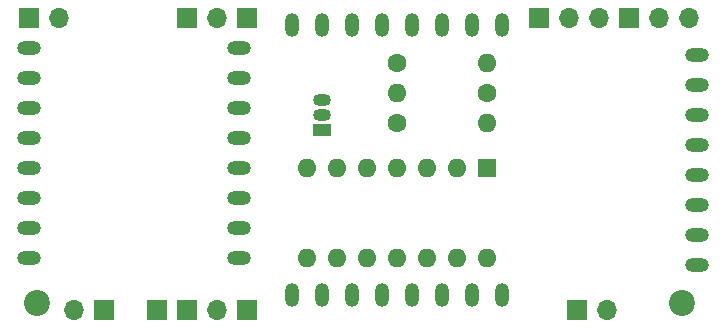
<source format=gbr>
%TF.GenerationSoftware,KiCad,Pcbnew,(6.0.6)*%
%TF.CreationDate,2023-05-03T19:44:46+02:00*%
%TF.ProjectId,Portal Turret,506f7274-616c-4205-9475-727265742e6b,rev?*%
%TF.SameCoordinates,Original*%
%TF.FileFunction,Soldermask,Bot*%
%TF.FilePolarity,Negative*%
%FSLAX46Y46*%
G04 Gerber Fmt 4.6, Leading zero omitted, Abs format (unit mm)*
G04 Created by KiCad (PCBNEW (6.0.6)) date 2023-05-03 19:44:46*
%MOMM*%
%LPD*%
G01*
G04 APERTURE LIST*
%ADD10R,1.700000X1.700000*%
%ADD11O,1.700000X1.700000*%
%ADD12O,1.200000X2.000000*%
%ADD13C,2.200000*%
%ADD14C,1.600000*%
%ADD15O,1.600000X1.600000*%
%ADD16O,2.000000X1.200000*%
%ADD17R,1.600000X1.600000*%
%ADD18R,1.500000X1.050000*%
%ADD19O,1.500000X1.050000*%
G04 APERTURE END LIST*
D10*
%TO.C,J4*%
X128905000Y-71755000D03*
D11*
X131445000Y-71755000D03*
X133985000Y-71755000D03*
%TD*%
D10*
%TO.C,J13*%
X99060000Y-96520000D03*
D11*
X101600000Y-96520000D03*
%TD*%
D10*
%TO.C,J2*%
X132080000Y-96520000D03*
D11*
X134620000Y-96520000D03*
%TD*%
D12*
%TO.C,U4*%
X125730000Y-72390000D03*
X123190000Y-72390000D03*
X120650000Y-72390000D03*
X118110000Y-72390000D03*
X115570000Y-72390000D03*
X113030000Y-72390000D03*
X110490000Y-72390000D03*
X107950000Y-72390000D03*
X107950000Y-95250000D03*
X110490000Y-95250000D03*
X113030000Y-95250000D03*
X115570000Y-95250000D03*
X118110000Y-95250000D03*
X120650000Y-95250000D03*
X123190000Y-95250000D03*
X125730000Y-95250000D03*
%TD*%
D10*
%TO.C,J10*%
X96520000Y-96520000D03*
%TD*%
%TO.C,J3*%
X104140000Y-71755000D03*
%TD*%
D13*
%TO.C,REF\u002A\u002A*%
X86360000Y-95885000D03*
%TD*%
D10*
%TO.C,J5*%
X136540000Y-71755000D03*
D11*
X139080000Y-71755000D03*
X141620000Y-71755000D03*
%TD*%
D14*
%TO.C,R1*%
X116840000Y-75565000D03*
D15*
X124460000Y-75565000D03*
%TD*%
D10*
%TO.C,J1*%
X92080000Y-96520000D03*
D11*
X89540000Y-96520000D03*
%TD*%
D16*
%TO.C,U3*%
X142240000Y-92710000D03*
X142240000Y-90170000D03*
X142240000Y-87630000D03*
X142240000Y-85090000D03*
X142240000Y-82550000D03*
X142240000Y-80010000D03*
X142240000Y-77470000D03*
X142240000Y-74930000D03*
%TD*%
D14*
%TO.C,R2*%
X124460000Y-78105000D03*
D15*
X116840000Y-78105000D03*
%TD*%
D10*
%TO.C,J12*%
X99055000Y-71755000D03*
D11*
X101595000Y-71755000D03*
%TD*%
D17*
%TO.C,U1*%
X124460000Y-84465000D03*
D15*
X121920000Y-84465000D03*
X119380000Y-84465000D03*
X116840000Y-84465000D03*
X114300000Y-84465000D03*
X111760000Y-84465000D03*
X109220000Y-84465000D03*
X109220000Y-92085000D03*
X111760000Y-92085000D03*
X114300000Y-92085000D03*
X116840000Y-92085000D03*
X119380000Y-92085000D03*
X121920000Y-92085000D03*
X124460000Y-92085000D03*
%TD*%
D13*
%TO.C,REF\u002A\u002A*%
X140970000Y-95885000D03*
%TD*%
D14*
%TO.C,R3*%
X116840000Y-80645000D03*
D15*
X124460000Y-80645000D03*
%TD*%
D16*
%TO.C,U2*%
X85725000Y-74295000D03*
X85725000Y-76835000D03*
X85725000Y-79375000D03*
X85725000Y-81915000D03*
X85725000Y-84455000D03*
X85725000Y-86995000D03*
X85725000Y-89535000D03*
X85725000Y-92075000D03*
X103505000Y-74295000D03*
X103505000Y-76835000D03*
X103505000Y-79375000D03*
X103505000Y-81915000D03*
X103505000Y-84455000D03*
X103505000Y-86995000D03*
X103505000Y-89535000D03*
X103505000Y-92075000D03*
%TD*%
D10*
%TO.C,J7*%
X104140000Y-96520000D03*
%TD*%
%TO.C,J6*%
X85720000Y-71755000D03*
D11*
X88260000Y-71755000D03*
%TD*%
D18*
%TO.C,Q1*%
X110490000Y-81280000D03*
D19*
X110490000Y-80010000D03*
X110490000Y-78740000D03*
%TD*%
M02*

</source>
